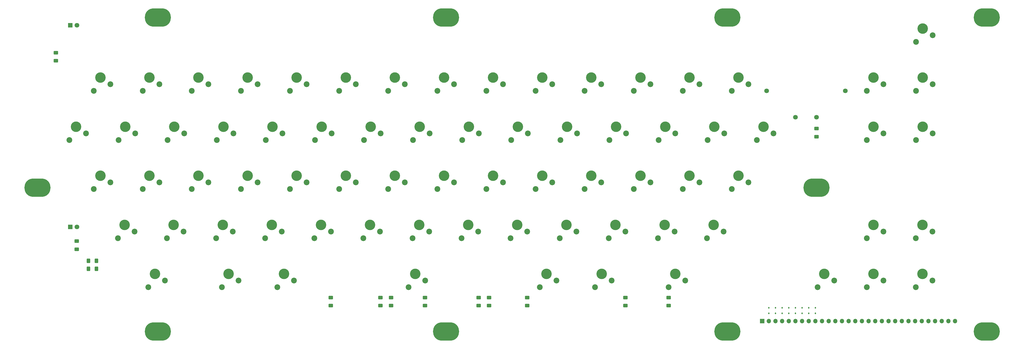
<source format=gbr>
%TF.GenerationSoftware,KiCad,Pcbnew,7.0.6*%
%TF.CreationDate,2023-08-24T23:01:40+03:00*%
%TF.ProjectId,P0101kbd,50303130-316b-4626-942e-6b696361645f,rev?*%
%TF.SameCoordinates,Original*%
%TF.FileFunction,Soldermask,Bot*%
%TF.FilePolarity,Negative*%
%FSLAX46Y46*%
G04 Gerber Fmt 4.6, Leading zero omitted, Abs format (unit mm)*
G04 Created by KiCad (PCBNEW 7.0.6) date 2023-08-24 23:01:40*
%MOMM*%
%LPD*%
G01*
G04 APERTURE LIST*
G04 Aperture macros list*
%AMRoundRect*
0 Rectangle with rounded corners*
0 $1 Rounding radius*
0 $2 $3 $4 $5 $6 $7 $8 $9 X,Y pos of 4 corners*
0 Add a 4 corners polygon primitive as box body*
4,1,4,$2,$3,$4,$5,$6,$7,$8,$9,$2,$3,0*
0 Add four circle primitives for the rounded corners*
1,1,$1+$1,$2,$3*
1,1,$1+$1,$4,$5*
1,1,$1+$1,$6,$7*
1,1,$1+$1,$8,$9*
0 Add four rect primitives between the rounded corners*
20,1,$1+$1,$2,$3,$4,$5,0*
20,1,$1+$1,$4,$5,$6,$7,0*
20,1,$1+$1,$6,$7,$8,$9,0*
20,1,$1+$1,$8,$9,$2,$3,0*%
G04 Aperture macros list end*
%ADD10O,10.000000X7.000000*%
%ADD11C,4.000000*%
%ADD12C,2.200000*%
%ADD13R,1.800000X1.800000*%
%ADD14C,1.800000*%
%ADD15R,1.700000X1.700000*%
%ADD16O,1.700000X1.700000*%
%ADD17RoundRect,0.112500X0.112500X-0.187500X0.112500X0.187500X-0.112500X0.187500X-0.112500X-0.187500X0*%
%ADD18RoundRect,0.250000X0.625000X-0.400000X0.625000X0.400000X-0.625000X0.400000X-0.625000X-0.400000X0*%
%ADD19RoundRect,0.250000X-0.625000X0.400000X-0.625000X-0.400000X0.625000X-0.400000X0.625000X0.400000X0*%
%ADD20RoundRect,0.250000X-0.400000X-0.625000X0.400000X-0.625000X0.400000X0.625000X-0.400000X0.625000X0*%
G04 APERTURE END LIST*
D10*
%TO.C,OVH1*%
X180000000Y-135000000D03*
%TD*%
D11*
%TO.C,SW6*%
X235500000Y-38000000D03*
D12*
X232960000Y-43080000D03*
X239310000Y-40540000D03*
%TD*%
D11*
%TO.C,SW25*%
X76250000Y-56750000D03*
D12*
X73710000Y-61830000D03*
X80060000Y-59290000D03*
%TD*%
D11*
%TO.C,SW47*%
X85500000Y-75500000D03*
D12*
X82960000Y-80580000D03*
X89310000Y-78040000D03*
%TD*%
D11*
%TO.C,SW34*%
X198000000Y-75500000D03*
D12*
X195460000Y-80580000D03*
X201810000Y-78040000D03*
%TD*%
D11*
%TO.C,SW15*%
X216750000Y-38000000D03*
D12*
X214210000Y-43080000D03*
X220560000Y-40540000D03*
%TD*%
D11*
%TO.C,SW52*%
X94750000Y-94250000D03*
D12*
X92210000Y-99330000D03*
X98560000Y-96790000D03*
%TD*%
D11*
%TO.C,SW54*%
X362000000Y-94250000D03*
D12*
X359460000Y-99330000D03*
X365810000Y-96790000D03*
%TD*%
D11*
%TO.C,SW67*%
X343250000Y-94250000D03*
D12*
X340710000Y-99330000D03*
X347060000Y-96790000D03*
%TD*%
D11*
%TO.C,SW41*%
X113500000Y-94250000D03*
D12*
X110960000Y-99330000D03*
X117310000Y-96790000D03*
%TD*%
D11*
%TO.C,SW33*%
X113750000Y-56750000D03*
D12*
X111210000Y-61830000D03*
X117560000Y-59290000D03*
%TD*%
D11*
%TO.C,SW29*%
X170000000Y-56750000D03*
D12*
X167460000Y-61830000D03*
X173810000Y-59290000D03*
%TD*%
D11*
%TO.C,SW69*%
X343250000Y-113000000D03*
D12*
X340710000Y-118080000D03*
X347060000Y-115540000D03*
%TD*%
D11*
%TO.C,SW49*%
X188750000Y-56750000D03*
D12*
X186210000Y-61830000D03*
X192560000Y-59290000D03*
%TD*%
D11*
%TO.C,SW72*%
X239500000Y-113000000D03*
D12*
X236960000Y-118080000D03*
X243310000Y-115540000D03*
%TD*%
D11*
%TO.C,SW19*%
X254250000Y-38000000D03*
D12*
X251710000Y-43080000D03*
X258060000Y-40540000D03*
%TD*%
D11*
%TO.C,SW23*%
X123000000Y-75500000D03*
D12*
X120460000Y-80580000D03*
X126810000Y-78040000D03*
%TD*%
D11*
%TO.C,SW2*%
X267600000Y-113000000D03*
D12*
X265060000Y-118080000D03*
X271410000Y-115540000D03*
%TD*%
D11*
%TO.C,SW1*%
X48000000Y-75500000D03*
D12*
X45460000Y-80580000D03*
X51810000Y-78040000D03*
%TD*%
D11*
%TO.C,SW56*%
X38750000Y-56750000D03*
D12*
X36210000Y-61830000D03*
X42560000Y-59290000D03*
%TD*%
D11*
%TO.C,SW46*%
X188500000Y-94250000D03*
D12*
X185960000Y-99330000D03*
X192310000Y-96790000D03*
%TD*%
D11*
%TO.C,SW10*%
X123000000Y-38000000D03*
D12*
X120460000Y-43080000D03*
X126810000Y-40540000D03*
%TD*%
D11*
%TO.C,SW61*%
X273000000Y-38000000D03*
D12*
X270460000Y-43080000D03*
X276810000Y-40540000D03*
%TD*%
D11*
%TO.C,SW70*%
X218350000Y-113000000D03*
D12*
X215810000Y-118080000D03*
X222160000Y-115540000D03*
%TD*%
D11*
%TO.C,SW3*%
X68900000Y-113000000D03*
D12*
X66360000Y-118080000D03*
X72710000Y-115540000D03*
%TD*%
D11*
%TO.C,SW28*%
X66750000Y-75500000D03*
D12*
X64210000Y-80580000D03*
X70560000Y-78040000D03*
%TD*%
D11*
%TO.C,SW38*%
X141750000Y-75500000D03*
D12*
X139210000Y-80580000D03*
X145560000Y-78040000D03*
%TD*%
D11*
%TO.C,SW57*%
X343250000Y-38000000D03*
D12*
X340710000Y-43080000D03*
X347060000Y-40540000D03*
%TD*%
D11*
%TO.C,SW59*%
X343250000Y-56750000D03*
D12*
X340710000Y-61830000D03*
X347060000Y-59290000D03*
%TD*%
D11*
%TO.C,SW21*%
X263500000Y-94250000D03*
D12*
X260960000Y-99330000D03*
X267310000Y-96790000D03*
%TD*%
D11*
%TO.C,SW13*%
X179250000Y-38000000D03*
D12*
X176710000Y-43080000D03*
X183060000Y-40540000D03*
%TD*%
D11*
%TO.C,SW64*%
X301250000Y-56750000D03*
D12*
X298710000Y-61830000D03*
X305060000Y-59290000D03*
%TD*%
D10*
%TO.C,OVH2*%
X70000000Y-135000000D03*
%TD*%
D11*
%TO.C,SW16*%
X263750000Y-56750000D03*
D12*
X261210000Y-61830000D03*
X267560000Y-59290000D03*
%TD*%
D10*
%TO.C,OVH3*%
X287500000Y-135000000D03*
%TD*%
D11*
%TO.C,SW63*%
X282500000Y-56750000D03*
D12*
X279960000Y-61830000D03*
X286310000Y-59290000D03*
%TD*%
D11*
%TO.C,SW30*%
X245000000Y-56750000D03*
D12*
X242460000Y-61830000D03*
X248810000Y-59290000D03*
%TD*%
D11*
%TO.C,SW4*%
X57250000Y-94250000D03*
D12*
X54710000Y-99330000D03*
X61060000Y-96790000D03*
%TD*%
D11*
%TO.C,SW31*%
X151000000Y-94250000D03*
D12*
X148460000Y-99330000D03*
X154810000Y-96790000D03*
%TD*%
D11*
%TO.C,SW36*%
X151250000Y-56750000D03*
D12*
X148710000Y-61830000D03*
X155060000Y-59290000D03*
%TD*%
D11*
%TO.C,SW17*%
X48000000Y-38000000D03*
D12*
X45460000Y-43080000D03*
X51810000Y-40540000D03*
%TD*%
D10*
%TO.C,OVH4*%
X321500000Y-80000000D03*
%TD*%
D11*
%TO.C,SW62*%
X291750000Y-38000000D03*
D12*
X289210000Y-43080000D03*
X295560000Y-40540000D03*
%TD*%
D11*
%TO.C,SW32*%
X57500000Y-56750000D03*
D12*
X54960000Y-61830000D03*
X61310000Y-59290000D03*
%TD*%
D11*
%TO.C,SW22*%
X226000000Y-94250000D03*
D12*
X223460000Y-99330000D03*
X229810000Y-96790000D03*
%TD*%
D11*
%TO.C,SW45*%
X104250000Y-75500000D03*
D12*
X101710000Y-80580000D03*
X108060000Y-78040000D03*
%TD*%
D11*
%TO.C,SW39*%
X76000000Y-94250000D03*
D12*
X73460000Y-99330000D03*
X79810000Y-96790000D03*
%TD*%
D10*
%TO.C,OVH5*%
X180000000Y-15000000D03*
%TD*%
D11*
%TO.C,SW8*%
X85500000Y-38000000D03*
D12*
X82960000Y-43080000D03*
X89310000Y-40540000D03*
%TD*%
D11*
%TO.C,SW11*%
X141750000Y-38000000D03*
D12*
X139210000Y-43080000D03*
X145560000Y-40540000D03*
%TD*%
D11*
%TO.C,SW37*%
X179250000Y-75500000D03*
D12*
X176710000Y-80580000D03*
X183060000Y-78040000D03*
%TD*%
D11*
%TO.C,SW48*%
X226250000Y-56750000D03*
D12*
X223710000Y-61830000D03*
X230060000Y-59290000D03*
%TD*%
D11*
%TO.C,SW71*%
X118150000Y-113000000D03*
D12*
X115610000Y-118080000D03*
X121960000Y-115540000D03*
%TD*%
D10*
%TO.C,OVH6*%
X24000000Y-80000000D03*
%TD*%
D11*
%TO.C,SW27*%
X132500000Y-56750000D03*
D12*
X129960000Y-61830000D03*
X136310000Y-59290000D03*
%TD*%
D11*
%TO.C,SW58*%
X362040000Y-38000000D03*
D12*
X359500000Y-43080000D03*
X365850000Y-40540000D03*
%TD*%
D13*
%TO.C,D9*%
X36500000Y-18000000D03*
D14*
X39040000Y-18000000D03*
%TD*%
D15*
%TO.C,J1*%
X300736000Y-131000000D03*
D16*
X303276000Y-131000000D03*
X305816000Y-131000000D03*
X308356000Y-131000000D03*
X310896000Y-131000000D03*
X313436000Y-131000000D03*
X315976000Y-131000000D03*
X318516000Y-131000000D03*
X321056000Y-131000000D03*
X323596000Y-131000000D03*
X326136000Y-131000000D03*
X328676000Y-131000000D03*
X331216000Y-131000000D03*
X333756000Y-131000000D03*
X336296000Y-131000000D03*
X338836000Y-131000000D03*
X341376000Y-131000000D03*
X343916000Y-131000000D03*
X346456000Y-131000000D03*
X348996000Y-131000000D03*
X351536000Y-131000000D03*
X354076000Y-131000000D03*
X356616000Y-131000000D03*
X359156000Y-131000000D03*
X361696000Y-131000000D03*
X364236000Y-131000000D03*
X366776000Y-131000000D03*
X369316000Y-131000000D03*
X371856000Y-131000000D03*
X374396000Y-131000000D03*
%TD*%
D11*
%TO.C,SW51*%
X207500000Y-56750000D03*
D12*
X204960000Y-61830000D03*
X211310000Y-59290000D03*
%TD*%
D10*
%TO.C,OVH7*%
X386500000Y-15000000D03*
%TD*%
D11*
%TO.C,SW43*%
X95000000Y-56750000D03*
D12*
X92460000Y-61830000D03*
X98810000Y-59290000D03*
%TD*%
D13*
%TO.C,D10*%
X36500000Y-95000000D03*
D14*
X39040000Y-95000000D03*
%TD*%
D11*
%TO.C,SW18*%
X244750000Y-94250000D03*
D12*
X242210000Y-99330000D03*
X248560000Y-96790000D03*
%TD*%
D11*
%TO.C,SW66*%
X324500000Y-113000000D03*
D12*
X321960000Y-118080000D03*
X328310000Y-115540000D03*
%TD*%
D11*
%TO.C,SW55*%
X291750000Y-75500000D03*
D12*
X289210000Y-80580000D03*
X295560000Y-78040000D03*
%TD*%
D11*
%TO.C,SW9*%
X104250000Y-38000000D03*
D12*
X101710000Y-43080000D03*
X108060000Y-40540000D03*
%TD*%
D11*
%TO.C,SW7*%
X66750000Y-38000000D03*
D12*
X64210000Y-43080000D03*
X70560000Y-40540000D03*
%TD*%
D11*
%TO.C,SW50*%
X254250000Y-75500000D03*
D12*
X251710000Y-80580000D03*
X258060000Y-78040000D03*
%TD*%
D11*
%TO.C,SW26*%
X216750000Y-75500000D03*
D12*
X214210000Y-80580000D03*
X220560000Y-78040000D03*
%TD*%
D11*
%TO.C,SW44*%
X235500000Y-75500000D03*
D12*
X232960000Y-80580000D03*
X239310000Y-78040000D03*
%TD*%
D11*
%TO.C,SW5*%
X362040000Y-19250000D03*
D12*
X359500000Y-24330000D03*
X365850000Y-21790000D03*
%TD*%
D10*
%TO.C,OVH8*%
X70000000Y-15000000D03*
%TD*%
%TO.C,OVH9*%
X386500000Y-135000000D03*
%TD*%
D11*
%TO.C,SW40*%
X160500000Y-75500000D03*
D12*
X157960000Y-80580000D03*
X164310000Y-78040000D03*
%TD*%
D14*
%TO.C,BZ1*%
X321500000Y-53080000D03*
X313500000Y-53080000D03*
X332500000Y-43080000D03*
X302500000Y-43080000D03*
%TD*%
D11*
%TO.C,SW53*%
X168250000Y-113000000D03*
D12*
X165710000Y-118080000D03*
X172060000Y-115540000D03*
%TD*%
D11*
%TO.C,SW35*%
X132250000Y-94250000D03*
D12*
X129710000Y-99330000D03*
X136060000Y-96790000D03*
%TD*%
D11*
%TO.C,SW12*%
X160500000Y-38000000D03*
D12*
X157960000Y-43080000D03*
X164310000Y-40540000D03*
%TD*%
D11*
%TO.C,SW14*%
X198000000Y-38000000D03*
D12*
X195460000Y-43080000D03*
X201810000Y-40540000D03*
%TD*%
D11*
%TO.C,SW65*%
X282250000Y-94250000D03*
D12*
X279710000Y-99330000D03*
X286060000Y-96790000D03*
%TD*%
D10*
%TO.C,OVH10*%
X287500000Y-15000000D03*
%TD*%
D11*
%TO.C,SW42*%
X169750000Y-94250000D03*
D12*
X167210000Y-99330000D03*
X173560000Y-96790000D03*
%TD*%
D11*
%TO.C,SW60*%
X362040000Y-56750000D03*
D12*
X359500000Y-61830000D03*
X365850000Y-59290000D03*
%TD*%
D11*
%TO.C,SW20*%
X273000000Y-75500000D03*
D12*
X270460000Y-80580000D03*
X276810000Y-78040000D03*
%TD*%
D11*
%TO.C,SW24*%
X207250000Y-94250000D03*
D12*
X204710000Y-99330000D03*
X211060000Y-96790000D03*
%TD*%
D11*
%TO.C,SW73*%
X97000000Y-113000000D03*
D12*
X94460000Y-118080000D03*
X100810000Y-115540000D03*
%TD*%
D11*
%TO.C,SW68*%
X362000000Y-113000000D03*
D12*
X359460000Y-118080000D03*
X365810000Y-115540000D03*
%TD*%
D17*
%TO.C,D2*%
X310896000Y-128050000D03*
X310896000Y-125950000D03*
%TD*%
D18*
%TO.C,R13*%
X39000000Y-103550000D03*
X39000000Y-100450000D03*
%TD*%
%TO.C,R11*%
X265000000Y-125100000D03*
X265000000Y-122000000D03*
%TD*%
D19*
%TO.C,R3*%
X211000000Y-122000000D03*
X211000000Y-125100000D03*
%TD*%
D17*
%TO.C,D8*%
X305816000Y-128050000D03*
X305816000Y-125950000D03*
%TD*%
D19*
%TO.C,R5*%
X248500000Y-122000000D03*
X248500000Y-125100000D03*
%TD*%
D17*
%TO.C,D6*%
X321056000Y-128050000D03*
X321056000Y-125950000D03*
%TD*%
D20*
%TO.C,R12*%
X43450000Y-111000000D03*
X46550000Y-111000000D03*
%TD*%
%TO.C,R10*%
X43450000Y-108000000D03*
X46550000Y-108000000D03*
%TD*%
D19*
%TO.C,R1*%
X192500000Y-122000000D03*
X192500000Y-125100000D03*
%TD*%
%TO.C,R2*%
X155000000Y-122000000D03*
X155000000Y-125100000D03*
%TD*%
%TO.C,R6*%
X136000000Y-122000000D03*
X136000000Y-125100000D03*
%TD*%
%TO.C,R7*%
X159000000Y-122000000D03*
X159000000Y-125100000D03*
%TD*%
D18*
%TO.C,R14*%
X321500000Y-60550000D03*
X321500000Y-57450000D03*
%TD*%
D17*
%TO.C,D3*%
X313436000Y-128050000D03*
X313436000Y-125950000D03*
%TD*%
%TO.C,D1*%
X308356000Y-128050000D03*
X308356000Y-125950000D03*
%TD*%
%TO.C,D7*%
X303276000Y-128050000D03*
X303276000Y-125950000D03*
%TD*%
%TO.C,D4*%
X315976000Y-128050000D03*
X315976000Y-125950000D03*
%TD*%
%TO.C,D5*%
X318516000Y-128050000D03*
X318516000Y-125950000D03*
%TD*%
D19*
%TO.C,R4*%
X196500000Y-122000000D03*
X196500000Y-125100000D03*
%TD*%
D18*
%TO.C,R9*%
X31000000Y-31550000D03*
X31000000Y-28450000D03*
%TD*%
D19*
%TO.C,R8*%
X172000000Y-122000000D03*
X172000000Y-125100000D03*
%TD*%
M02*

</source>
